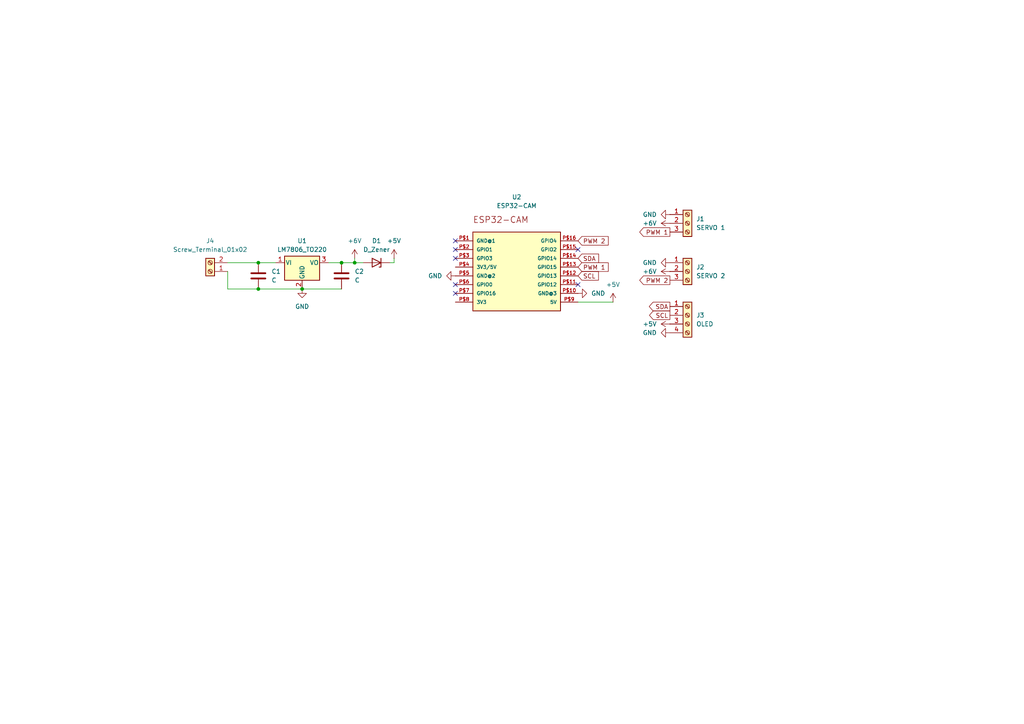
<source format=kicad_sch>
(kicad_sch
	(version 20250114)
	(generator "eeschema")
	(generator_version "9.0")
	(uuid "d6bd3707-7af1-4b4e-96be-93a2599b0d5d")
	(paper "A4")
	(lib_symbols
		(symbol "Connector:Screw_Terminal_01x02"
			(pin_names
				(offset 1.016)
				(hide yes)
			)
			(exclude_from_sim no)
			(in_bom yes)
			(on_board yes)
			(property "Reference" "J"
				(at 0 2.54 0)
				(effects
					(font
						(size 1.27 1.27)
					)
				)
			)
			(property "Value" "Screw_Terminal_01x02"
				(at 0 -5.08 0)
				(effects
					(font
						(size 1.27 1.27)
					)
				)
			)
			(property "Footprint" ""
				(at 0 0 0)
				(effects
					(font
						(size 1.27 1.27)
					)
					(hide yes)
				)
			)
			(property "Datasheet" "~"
				(at 0 0 0)
				(effects
					(font
						(size 1.27 1.27)
					)
					(hide yes)
				)
			)
			(property "Description" "Generic screw terminal, single row, 01x02, script generated (kicad-library-utils/schlib/autogen/connector/)"
				(at 0 0 0)
				(effects
					(font
						(size 1.27 1.27)
					)
					(hide yes)
				)
			)
			(property "ki_keywords" "screw terminal"
				(at 0 0 0)
				(effects
					(font
						(size 1.27 1.27)
					)
					(hide yes)
				)
			)
			(property "ki_fp_filters" "TerminalBlock*:*"
				(at 0 0 0)
				(effects
					(font
						(size 1.27 1.27)
					)
					(hide yes)
				)
			)
			(symbol "Screw_Terminal_01x02_1_1"
				(rectangle
					(start -1.27 1.27)
					(end 1.27 -3.81)
					(stroke
						(width 0.254)
						(type default)
					)
					(fill
						(type background)
					)
				)
				(polyline
					(pts
						(xy -0.5334 0.3302) (xy 0.3302 -0.508)
					)
					(stroke
						(width 0.1524)
						(type default)
					)
					(fill
						(type none)
					)
				)
				(polyline
					(pts
						(xy -0.5334 -2.2098) (xy 0.3302 -3.048)
					)
					(stroke
						(width 0.1524)
						(type default)
					)
					(fill
						(type none)
					)
				)
				(polyline
					(pts
						(xy -0.3556 0.508) (xy 0.508 -0.3302)
					)
					(stroke
						(width 0.1524)
						(type default)
					)
					(fill
						(type none)
					)
				)
				(polyline
					(pts
						(xy -0.3556 -2.032) (xy 0.508 -2.8702)
					)
					(stroke
						(width 0.1524)
						(type default)
					)
					(fill
						(type none)
					)
				)
				(circle
					(center 0 0)
					(radius 0.635)
					(stroke
						(width 0.1524)
						(type default)
					)
					(fill
						(type none)
					)
				)
				(circle
					(center 0 -2.54)
					(radius 0.635)
					(stroke
						(width 0.1524)
						(type default)
					)
					(fill
						(type none)
					)
				)
				(pin passive line
					(at -5.08 0 0)
					(length 3.81)
					(name "Pin_1"
						(effects
							(font
								(size 1.27 1.27)
							)
						)
					)
					(number "1"
						(effects
							(font
								(size 1.27 1.27)
							)
						)
					)
				)
				(pin passive line
					(at -5.08 -2.54 0)
					(length 3.81)
					(name "Pin_2"
						(effects
							(font
								(size 1.27 1.27)
							)
						)
					)
					(number "2"
						(effects
							(font
								(size 1.27 1.27)
							)
						)
					)
				)
			)
			(embedded_fonts no)
		)
		(symbol "Connector:Screw_Terminal_01x03"
			(pin_names
				(offset 1.016)
				(hide yes)
			)
			(exclude_from_sim no)
			(in_bom yes)
			(on_board yes)
			(property "Reference" "J"
				(at 0 5.08 0)
				(effects
					(font
						(size 1.27 1.27)
					)
				)
			)
			(property "Value" "Screw_Terminal_01x03"
				(at 0 -5.08 0)
				(effects
					(font
						(size 1.27 1.27)
					)
				)
			)
			(property "Footprint" ""
				(at 0 0 0)
				(effects
					(font
						(size 1.27 1.27)
					)
					(hide yes)
				)
			)
			(property "Datasheet" "~"
				(at 0 0 0)
				(effects
					(font
						(size 1.27 1.27)
					)
					(hide yes)
				)
			)
			(property "Description" "Generic screw terminal, single row, 01x03, script generated (kicad-library-utils/schlib/autogen/connector/)"
				(at 0 0 0)
				(effects
					(font
						(size 1.27 1.27)
					)
					(hide yes)
				)
			)
			(property "ki_keywords" "screw terminal"
				(at 0 0 0)
				(effects
					(font
						(size 1.27 1.27)
					)
					(hide yes)
				)
			)
			(property "ki_fp_filters" "TerminalBlock*:*"
				(at 0 0 0)
				(effects
					(font
						(size 1.27 1.27)
					)
					(hide yes)
				)
			)
			(symbol "Screw_Terminal_01x03_1_1"
				(rectangle
					(start -1.27 3.81)
					(end 1.27 -3.81)
					(stroke
						(width 0.254)
						(type default)
					)
					(fill
						(type background)
					)
				)
				(polyline
					(pts
						(xy -0.5334 2.8702) (xy 0.3302 2.032)
					)
					(stroke
						(width 0.1524)
						(type default)
					)
					(fill
						(type none)
					)
				)
				(polyline
					(pts
						(xy -0.5334 0.3302) (xy 0.3302 -0.508)
					)
					(stroke
						(width 0.1524)
						(type default)
					)
					(fill
						(type none)
					)
				)
				(polyline
					(pts
						(xy -0.5334 -2.2098) (xy 0.3302 -3.048)
					)
					(stroke
						(width 0.1524)
						(type default)
					)
					(fill
						(type none)
					)
				)
				(polyline
					(pts
						(xy -0.3556 3.048) (xy 0.508 2.2098)
					)
					(stroke
						(width 0.1524)
						(type default)
					)
					(fill
						(type none)
					)
				)
				(polyline
					(pts
						(xy -0.3556 0.508) (xy 0.508 -0.3302)
					)
					(stroke
						(width 0.1524)
						(type default)
					)
					(fill
						(type none)
					)
				)
				(polyline
					(pts
						(xy -0.3556 -2.032) (xy 0.508 -2.8702)
					)
					(stroke
						(width 0.1524)
						(type default)
					)
					(fill
						(type none)
					)
				)
				(circle
					(center 0 2.54)
					(radius 0.635)
					(stroke
						(width 0.1524)
						(type default)
					)
					(fill
						(type none)
					)
				)
				(circle
					(center 0 0)
					(radius 0.635)
					(stroke
						(width 0.1524)
						(type default)
					)
					(fill
						(type none)
					)
				)
				(circle
					(center 0 -2.54)
					(radius 0.635)
					(stroke
						(width 0.1524)
						(type default)
					)
					(fill
						(type none)
					)
				)
				(pin passive line
					(at -5.08 2.54 0)
					(length 3.81)
					(name "Pin_1"
						(effects
							(font
								(size 1.27 1.27)
							)
						)
					)
					(number "1"
						(effects
							(font
								(size 1.27 1.27)
							)
						)
					)
				)
				(pin passive line
					(at -5.08 0 0)
					(length 3.81)
					(name "Pin_2"
						(effects
							(font
								(size 1.27 1.27)
							)
						)
					)
					(number "2"
						(effects
							(font
								(size 1.27 1.27)
							)
						)
					)
				)
				(pin passive line
					(at -5.08 -2.54 0)
					(length 3.81)
					(name "Pin_3"
						(effects
							(font
								(size 1.27 1.27)
							)
						)
					)
					(number "3"
						(effects
							(font
								(size 1.27 1.27)
							)
						)
					)
				)
			)
			(embedded_fonts no)
		)
		(symbol "Connector:Screw_Terminal_01x04"
			(pin_names
				(offset 1.016)
				(hide yes)
			)
			(exclude_from_sim no)
			(in_bom yes)
			(on_board yes)
			(property "Reference" "J"
				(at 0 5.08 0)
				(effects
					(font
						(size 1.27 1.27)
					)
				)
			)
			(property "Value" "Screw_Terminal_01x04"
				(at 0 -7.62 0)
				(effects
					(font
						(size 1.27 1.27)
					)
				)
			)
			(property "Footprint" ""
				(at 0 0 0)
				(effects
					(font
						(size 1.27 1.27)
					)
					(hide yes)
				)
			)
			(property "Datasheet" "~"
				(at 0 0 0)
				(effects
					(font
						(size 1.27 1.27)
					)
					(hide yes)
				)
			)
			(property "Description" "Generic screw terminal, single row, 01x04, script generated (kicad-library-utils/schlib/autogen/connector/)"
				(at 0 0 0)
				(effects
					(font
						(size 1.27 1.27)
					)
					(hide yes)
				)
			)
			(property "ki_keywords" "screw terminal"
				(at 0 0 0)
				(effects
					(font
						(size 1.27 1.27)
					)
					(hide yes)
				)
			)
			(property "ki_fp_filters" "TerminalBlock*:*"
				(at 0 0 0)
				(effects
					(font
						(size 1.27 1.27)
					)
					(hide yes)
				)
			)
			(symbol "Screw_Terminal_01x04_1_1"
				(rectangle
					(start -1.27 3.81)
					(end 1.27 -6.35)
					(stroke
						(width 0.254)
						(type default)
					)
					(fill
						(type background)
					)
				)
				(polyline
					(pts
						(xy -0.5334 2.8702) (xy 0.3302 2.032)
					)
					(stroke
						(width 0.1524)
						(type default)
					)
					(fill
						(type none)
					)
				)
				(polyline
					(pts
						(xy -0.5334 0.3302) (xy 0.3302 -0.508)
					)
					(stroke
						(width 0.1524)
						(type default)
					)
					(fill
						(type none)
					)
				)
				(polyline
					(pts
						(xy -0.5334 -2.2098) (xy 0.3302 -3.048)
					)
					(stroke
						(width 0.1524)
						(type default)
					)
					(fill
						(type none)
					)
				)
				(polyline
					(pts
						(xy -0.5334 -4.7498) (xy 0.3302 -5.588)
					)
					(stroke
						(width 0.1524)
						(type default)
					)
					(fill
						(type none)
					)
				)
				(polyline
					(pts
						(xy -0.3556 3.048) (xy 0.508 2.2098)
					)
					(stroke
						(width 0.1524)
						(type default)
					)
					(fill
						(type none)
					)
				)
				(polyline
					(pts
						(xy -0.3556 0.508) (xy 0.508 -0.3302)
					)
					(stroke
						(width 0.1524)
						(type default)
					)
					(fill
						(type none)
					)
				)
				(polyline
					(pts
						(xy -0.3556 -2.032) (xy 0.508 -2.8702)
					)
					(stroke
						(width 0.1524)
						(type default)
					)
					(fill
						(type none)
					)
				)
				(polyline
					(pts
						(xy -0.3556 -4.572) (xy 0.508 -5.4102)
					)
					(stroke
						(width 0.1524)
						(type default)
					)
					(fill
						(type none)
					)
				)
				(circle
					(center 0 2.54)
					(radius 0.635)
					(stroke
						(width 0.1524)
						(type default)
					)
					(fill
						(type none)
					)
				)
				(circle
					(center 0 0)
					(radius 0.635)
					(stroke
						(width 0.1524)
						(type default)
					)
					(fill
						(type none)
					)
				)
				(circle
					(center 0 -2.54)
					(radius 0.635)
					(stroke
						(width 0.1524)
						(type default)
					)
					(fill
						(type none)
					)
				)
				(circle
					(center 0 -5.08)
					(radius 0.635)
					(stroke
						(width 0.1524)
						(type default)
					)
					(fill
						(type none)
					)
				)
				(pin passive line
					(at -5.08 2.54 0)
					(length 3.81)
					(name "Pin_1"
						(effects
							(font
								(size 1.27 1.27)
							)
						)
					)
					(number "1"
						(effects
							(font
								(size 1.27 1.27)
							)
						)
					)
				)
				(pin passive line
					(at -5.08 0 0)
					(length 3.81)
					(name "Pin_2"
						(effects
							(font
								(size 1.27 1.27)
							)
						)
					)
					(number "2"
						(effects
							(font
								(size 1.27 1.27)
							)
						)
					)
				)
				(pin passive line
					(at -5.08 -2.54 0)
					(length 3.81)
					(name "Pin_3"
						(effects
							(font
								(size 1.27 1.27)
							)
						)
					)
					(number "3"
						(effects
							(font
								(size 1.27 1.27)
							)
						)
					)
				)
				(pin passive line
					(at -5.08 -5.08 0)
					(length 3.81)
					(name "Pin_4"
						(effects
							(font
								(size 1.27 1.27)
							)
						)
					)
					(number "4"
						(effects
							(font
								(size 1.27 1.27)
							)
						)
					)
				)
			)
			(embedded_fonts no)
		)
		(symbol "Device:C"
			(pin_numbers
				(hide yes)
			)
			(pin_names
				(offset 0.254)
			)
			(exclude_from_sim no)
			(in_bom yes)
			(on_board yes)
			(property "Reference" "C"
				(at 0.635 2.54 0)
				(effects
					(font
						(size 1.27 1.27)
					)
					(justify left)
				)
			)
			(property "Value" "C"
				(at 0.635 -2.54 0)
				(effects
					(font
						(size 1.27 1.27)
					)
					(justify left)
				)
			)
			(property "Footprint" ""
				(at 0.9652 -3.81 0)
				(effects
					(font
						(size 1.27 1.27)
					)
					(hide yes)
				)
			)
			(property "Datasheet" "~"
				(at 0 0 0)
				(effects
					(font
						(size 1.27 1.27)
					)
					(hide yes)
				)
			)
			(property "Description" "Unpolarized capacitor"
				(at 0 0 0)
				(effects
					(font
						(size 1.27 1.27)
					)
					(hide yes)
				)
			)
			(property "ki_keywords" "cap capacitor"
				(at 0 0 0)
				(effects
					(font
						(size 1.27 1.27)
					)
					(hide yes)
				)
			)
			(property "ki_fp_filters" "C_*"
				(at 0 0 0)
				(effects
					(font
						(size 1.27 1.27)
					)
					(hide yes)
				)
			)
			(symbol "C_0_1"
				(polyline
					(pts
						(xy -2.032 0.762) (xy 2.032 0.762)
					)
					(stroke
						(width 0.508)
						(type default)
					)
					(fill
						(type none)
					)
				)
				(polyline
					(pts
						(xy -2.032 -0.762) (xy 2.032 -0.762)
					)
					(stroke
						(width 0.508)
						(type default)
					)
					(fill
						(type none)
					)
				)
			)
			(symbol "C_1_1"
				(pin passive line
					(at 0 3.81 270)
					(length 2.794)
					(name "~"
						(effects
							(font
								(size 1.27 1.27)
							)
						)
					)
					(number "1"
						(effects
							(font
								(size 1.27 1.27)
							)
						)
					)
				)
				(pin passive line
					(at 0 -3.81 90)
					(length 2.794)
					(name "~"
						(effects
							(font
								(size 1.27 1.27)
							)
						)
					)
					(number "2"
						(effects
							(font
								(size 1.27 1.27)
							)
						)
					)
				)
			)
			(embedded_fonts no)
		)
		(symbol "Device:D_Zener"
			(pin_numbers
				(hide yes)
			)
			(pin_names
				(offset 1.016)
				(hide yes)
			)
			(exclude_from_sim no)
			(in_bom yes)
			(on_board yes)
			(property "Reference" "D"
				(at 0 2.54 0)
				(effects
					(font
						(size 1.27 1.27)
					)
				)
			)
			(property "Value" "D_Zener"
				(at 0 -2.54 0)
				(effects
					(font
						(size 1.27 1.27)
					)
				)
			)
			(property "Footprint" ""
				(at 0 0 0)
				(effects
					(font
						(size 1.27 1.27)
					)
					(hide yes)
				)
			)
			(property "Datasheet" "~"
				(at 0 0 0)
				(effects
					(font
						(size 1.27 1.27)
					)
					(hide yes)
				)
			)
			(property "Description" "Zener diode"
				(at 0 0 0)
				(effects
					(font
						(size 1.27 1.27)
					)
					(hide yes)
				)
			)
			(property "ki_keywords" "diode"
				(at 0 0 0)
				(effects
					(font
						(size 1.27 1.27)
					)
					(hide yes)
				)
			)
			(property "ki_fp_filters" "TO-???* *_Diode_* *SingleDiode* D_*"
				(at 0 0 0)
				(effects
					(font
						(size 1.27 1.27)
					)
					(hide yes)
				)
			)
			(symbol "D_Zener_0_1"
				(polyline
					(pts
						(xy -1.27 -1.27) (xy -1.27 1.27) (xy -0.762 1.27)
					)
					(stroke
						(width 0.254)
						(type default)
					)
					(fill
						(type none)
					)
				)
				(polyline
					(pts
						(xy 1.27 0) (xy -1.27 0)
					)
					(stroke
						(width 0)
						(type default)
					)
					(fill
						(type none)
					)
				)
				(polyline
					(pts
						(xy 1.27 -1.27) (xy 1.27 1.27) (xy -1.27 0) (xy 1.27 -1.27)
					)
					(stroke
						(width 0.254)
						(type default)
					)
					(fill
						(type none)
					)
				)
			)
			(symbol "D_Zener_1_1"
				(pin passive line
					(at -3.81 0 0)
					(length 2.54)
					(name "K"
						(effects
							(font
								(size 1.27 1.27)
							)
						)
					)
					(number "1"
						(effects
							(font
								(size 1.27 1.27)
							)
						)
					)
				)
				(pin passive line
					(at 3.81 0 180)
					(length 2.54)
					(name "A"
						(effects
							(font
								(size 1.27 1.27)
							)
						)
					)
					(number "2"
						(effects
							(font
								(size 1.27 1.27)
							)
						)
					)
				)
			)
			(embedded_fonts no)
		)
		(symbol "ESP32-CAM:ESP32-CAM"
			(pin_names
				(offset 1.016)
			)
			(exclude_from_sim no)
			(in_bom yes)
			(on_board yes)
			(property "Reference" "U"
				(at 0 0 0)
				(effects
					(font
						(size 1.27 1.27)
					)
					(justify bottom)
				)
			)
			(property "Value" "ESP32-CAM"
				(at 0 0 0)
				(effects
					(font
						(size 1.27 1.27)
					)
					(justify bottom)
				)
			)
			(property "Footprint" "ESP32-CAM:ESP32-CAM"
				(at 0 0 0)
				(effects
					(font
						(size 1.27 1.27)
					)
					(justify bottom)
					(hide yes)
				)
			)
			(property "Datasheet" ""
				(at 0 0 0)
				(effects
					(font
						(size 1.27 1.27)
					)
					(hide yes)
				)
			)
			(property "Description" ""
				(at 0 0 0)
				(effects
					(font
						(size 1.27 1.27)
					)
					(hide yes)
				)
			)
			(property "MF" "AI-Thinker"
				(at 0 0 0)
				(effects
					(font
						(size 1.27 1.27)
					)
					(justify bottom)
					(hide yes)
				)
			)
			(property "Description_1" "ESP32 ESP32 Transceiver; 802.11 a/b/g/n (Wi-Fi, WiFi, WLAN), Bluetooth® Smart 4.x Low Energy (BLE) Evaluation Board"
				(at 0 0 0)
				(effects
					(font
						(size 1.27 1.27)
					)
					(justify bottom)
					(hide yes)
				)
			)
			(property "Package" "None"
				(at 0 0 0)
				(effects
					(font
						(size 1.27 1.27)
					)
					(justify bottom)
					(hide yes)
				)
			)
			(property "Price" "None"
				(at 0 0 0)
				(effects
					(font
						(size 1.27 1.27)
					)
					(justify bottom)
					(hide yes)
				)
			)
			(property "SnapEDA_Link" "https://www.snapeda.com/parts/ESP32-CAM/AI-Thinker/view-part/?ref=snap"
				(at 0 0 0)
				(effects
					(font
						(size 1.27 1.27)
					)
					(justify bottom)
					(hide yes)
				)
			)
			(property "MP" "ESP32-CAM"
				(at 0 0 0)
				(effects
					(font
						(size 1.27 1.27)
					)
					(justify bottom)
					(hide yes)
				)
			)
			(property "Availability" "Not in stock"
				(at 0 0 0)
				(effects
					(font
						(size 1.27 1.27)
					)
					(justify bottom)
					(hide yes)
				)
			)
			(property "Check_prices" "https://www.snapeda.com/parts/ESP32-CAM/AI-Thinker/view-part/?ref=eda"
				(at 0 0 0)
				(effects
					(font
						(size 1.27 1.27)
					)
					(justify bottom)
					(hide yes)
				)
			)
			(symbol "ESP32-CAM_0_0"
				(rectangle
					(start -12.7 -10.16)
					(end 12.7 12.7)
					(stroke
						(width 0.254)
						(type default)
					)
					(fill
						(type background)
					)
				)
				(text "ESP32-CAM"
					(at -12.7 15.24 0)
					(effects
						(font
							(size 1.778 1.778)
						)
						(justify left bottom)
					)
				)
				(pin bidirectional line
					(at -17.78 10.16 0)
					(length 5.08)
					(name "GND@1"
						(effects
							(font
								(size 1.016 1.016)
							)
						)
					)
					(number "P$1"
						(effects
							(font
								(size 1.016 1.016)
							)
						)
					)
				)
				(pin bidirectional line
					(at -17.78 7.62 0)
					(length 5.08)
					(name "GPIO1"
						(effects
							(font
								(size 1.016 1.016)
							)
						)
					)
					(number "P$2"
						(effects
							(font
								(size 1.016 1.016)
							)
						)
					)
				)
				(pin bidirectional line
					(at -17.78 5.08 0)
					(length 5.08)
					(name "GPIO3"
						(effects
							(font
								(size 1.016 1.016)
							)
						)
					)
					(number "P$3"
						(effects
							(font
								(size 1.016 1.016)
							)
						)
					)
				)
				(pin bidirectional line
					(at -17.78 2.54 0)
					(length 5.08)
					(name "3V3/5V"
						(effects
							(font
								(size 1.016 1.016)
							)
						)
					)
					(number "P$4"
						(effects
							(font
								(size 1.016 1.016)
							)
						)
					)
				)
				(pin bidirectional line
					(at -17.78 0 0)
					(length 5.08)
					(name "GND@2"
						(effects
							(font
								(size 1.016 1.016)
							)
						)
					)
					(number "P$5"
						(effects
							(font
								(size 1.016 1.016)
							)
						)
					)
				)
				(pin bidirectional line
					(at -17.78 -2.54 0)
					(length 5.08)
					(name "GPIO0"
						(effects
							(font
								(size 1.016 1.016)
							)
						)
					)
					(number "P$6"
						(effects
							(font
								(size 1.016 1.016)
							)
						)
					)
				)
				(pin bidirectional line
					(at -17.78 -5.08 0)
					(length 5.08)
					(name "GPIO16"
						(effects
							(font
								(size 1.016 1.016)
							)
						)
					)
					(number "P$7"
						(effects
							(font
								(size 1.016 1.016)
							)
						)
					)
				)
				(pin bidirectional line
					(at -17.78 -7.62 0)
					(length 5.08)
					(name "3V3"
						(effects
							(font
								(size 1.016 1.016)
							)
						)
					)
					(number "P$8"
						(effects
							(font
								(size 1.016 1.016)
							)
						)
					)
				)
				(pin bidirectional line
					(at 17.78 10.16 180)
					(length 5.08)
					(name "GPIO4"
						(effects
							(font
								(size 1.016 1.016)
							)
						)
					)
					(number "P$16"
						(effects
							(font
								(size 1.016 1.016)
							)
						)
					)
				)
				(pin bidirectional line
					(at 17.78 7.62 180)
					(length 5.08)
					(name "GPIO2"
						(effects
							(font
								(size 1.016 1.016)
							)
						)
					)
					(number "P$15"
						(effects
							(font
								(size 1.016 1.016)
							)
						)
					)
				)
				(pin bidirectional line
					(at 17.78 5.08 180)
					(length 5.08)
					(name "GPIO14"
						(effects
							(font
								(size 1.016 1.016)
							)
						)
					)
					(number "P$14"
						(effects
							(font
								(size 1.016 1.016)
							)
						)
					)
				)
				(pin bidirectional line
					(at 17.78 2.54 180)
					(length 5.08)
					(name "GPIO15"
						(effects
							(font
								(size 1.016 1.016)
							)
						)
					)
					(number "P$13"
						(effects
							(font
								(size 1.016 1.016)
							)
						)
					)
				)
				(pin bidirectional line
					(at 17.78 0 180)
					(length 5.08)
					(name "GPIO13"
						(effects
							(font
								(size 1.016 1.016)
							)
						)
					)
					(number "P$12"
						(effects
							(font
								(size 1.016 1.016)
							)
						)
					)
				)
				(pin bidirectional line
					(at 17.78 -2.54 180)
					(length 5.08)
					(name "GPIO12"
						(effects
							(font
								(size 1.016 1.016)
							)
						)
					)
					(number "P$11"
						(effects
							(font
								(size 1.016 1.016)
							)
						)
					)
				)
				(pin bidirectional line
					(at 17.78 -5.08 180)
					(length 5.08)
					(name "GND@3"
						(effects
							(font
								(size 1.016 1.016)
							)
						)
					)
					(number "P$10"
						(effects
							(font
								(size 1.016 1.016)
							)
						)
					)
				)
				(pin bidirectional line
					(at 17.78 -7.62 180)
					(length 5.08)
					(name "5V"
						(effects
							(font
								(size 1.016 1.016)
							)
						)
					)
					(number "P$9"
						(effects
							(font
								(size 1.016 1.016)
							)
						)
					)
				)
			)
			(embedded_fonts no)
		)
		(symbol "Regulator_Linear:LM7806_TO220"
			(pin_names
				(offset 0.254)
			)
			(exclude_from_sim no)
			(in_bom yes)
			(on_board yes)
			(property "Reference" "U"
				(at -3.81 3.175 0)
				(effects
					(font
						(size 1.27 1.27)
					)
				)
			)
			(property "Value" "LM7806_TO220"
				(at 0 3.175 0)
				(effects
					(font
						(size 1.27 1.27)
					)
					(justify left)
				)
			)
			(property "Footprint" "Package_TO_SOT_THT:TO-220-3_Vertical"
				(at 0 5.715 0)
				(effects
					(font
						(size 1.27 1.27)
						(italic yes)
					)
					(hide yes)
				)
			)
			(property "Datasheet" "https://www.onsemi.cn/PowerSolutions/document/MC7800-D.PDF"
				(at 0 -1.27 0)
				(effects
					(font
						(size 1.27 1.27)
					)
					(hide yes)
				)
			)
			(property "Description" "Positive 1A 35V Linear Regulator, Fixed Output 6V, TO-220"
				(at 0 0 0)
				(effects
					(font
						(size 1.27 1.27)
					)
					(hide yes)
				)
			)
			(property "ki_keywords" "Voltage Regulator 1A Positive"
				(at 0 0 0)
				(effects
					(font
						(size 1.27 1.27)
					)
					(hide yes)
				)
			)
			(property "ki_fp_filters" "TO?220*"
				(at 0 0 0)
				(effects
					(font
						(size 1.27 1.27)
					)
					(hide yes)
				)
			)
			(symbol "LM7806_TO220_0_1"
				(rectangle
					(start -5.08 1.905)
					(end 5.08 -5.08)
					(stroke
						(width 0.254)
						(type default)
					)
					(fill
						(type background)
					)
				)
			)
			(symbol "LM7806_TO220_1_1"
				(pin power_in line
					(at -7.62 0 0)
					(length 2.54)
					(name "VI"
						(effects
							(font
								(size 1.27 1.27)
							)
						)
					)
					(number "1"
						(effects
							(font
								(size 1.27 1.27)
							)
						)
					)
				)
				(pin power_in line
					(at 0 -7.62 90)
					(length 2.54)
					(name "GND"
						(effects
							(font
								(size 1.27 1.27)
							)
						)
					)
					(number "2"
						(effects
							(font
								(size 1.27 1.27)
							)
						)
					)
				)
				(pin power_out line
					(at 7.62 0 180)
					(length 2.54)
					(name "VO"
						(effects
							(font
								(size 1.27 1.27)
							)
						)
					)
					(number "3"
						(effects
							(font
								(size 1.27 1.27)
							)
						)
					)
				)
			)
			(embedded_fonts no)
		)
		(symbol "power:+5V"
			(power)
			(pin_numbers
				(hide yes)
			)
			(pin_names
				(offset 0)
				(hide yes)
			)
			(exclude_from_sim no)
			(in_bom yes)
			(on_board yes)
			(property "Reference" "#PWR"
				(at 0 -3.81 0)
				(effects
					(font
						(size 1.27 1.27)
					)
					(hide yes)
				)
			)
			(property "Value" "+5V"
				(at 0 3.556 0)
				(effects
					(font
						(size 1.27 1.27)
					)
				)
			)
			(property "Footprint" ""
				(at 0 0 0)
				(effects
					(font
						(size 1.27 1.27)
					)
					(hide yes)
				)
			)
			(property "Datasheet" ""
				(at 0 0 0)
				(effects
					(font
						(size 1.27 1.27)
					)
					(hide yes)
				)
			)
			(property "Description" "Power symbol creates a global label with name \"+5V\""
				(at 0 0 0)
				(effects
					(font
						(size 1.27 1.27)
					)
					(hide yes)
				)
			)
			(property "ki_keywords" "global power"
				(at 0 0 0)
				(effects
					(font
						(size 1.27 1.27)
					)
					(hide yes)
				)
			)
			(symbol "+5V_0_1"
				(polyline
					(pts
						(xy -0.762 1.27) (xy 0 2.54)
					)
					(stroke
						(width 0)
						(type default)
					)
					(fill
						(type none)
					)
				)
				(polyline
					(pts
						(xy 0 2.54) (xy 0.762 1.27)
					)
					(stroke
						(width 0)
						(type default)
					)
					(fill
						(type none)
					)
				)
				(polyline
					(pts
						(xy 0 0) (xy 0 2.54)
					)
					(stroke
						(width 0)
						(type default)
					)
					(fill
						(type none)
					)
				)
			)
			(symbol "+5V_1_1"
				(pin power_in line
					(at 0 0 90)
					(length 0)
					(name "~"
						(effects
							(font
								(size 1.27 1.27)
							)
						)
					)
					(number "1"
						(effects
							(font
								(size 1.27 1.27)
							)
						)
					)
				)
			)
			(embedded_fonts no)
		)
		(symbol "power:+6V"
			(power)
			(pin_numbers
				(hide yes)
			)
			(pin_names
				(offset 0)
				(hide yes)
			)
			(exclude_from_sim no)
			(in_bom yes)
			(on_board yes)
			(property "Reference" "#PWR"
				(at 0 -3.81 0)
				(effects
					(font
						(size 1.27 1.27)
					)
					(hide yes)
				)
			)
			(property "Value" "+6V"
				(at 0 3.556 0)
				(effects
					(font
						(size 1.27 1.27)
					)
				)
			)
			(property "Footprint" ""
				(at 0 0 0)
				(effects
					(font
						(size 1.27 1.27)
					)
					(hide yes)
				)
			)
			(property "Datasheet" ""
				(at 0 0 0)
				(effects
					(font
						(size 1.27 1.27)
					)
					(hide yes)
				)
			)
			(property "Description" "Power symbol creates a global label with name \"+6V\""
				(at 0 0 0)
				(effects
					(font
						(size 1.27 1.27)
					)
					(hide yes)
				)
			)
			(property "ki_keywords" "global power"
				(at 0 0 0)
				(effects
					(font
						(size 1.27 1.27)
					)
					(hide yes)
				)
			)
			(symbol "+6V_0_1"
				(polyline
					(pts
						(xy -0.762 1.27) (xy 0 2.54)
					)
					(stroke
						(width 0)
						(type default)
					)
					(fill
						(type none)
					)
				)
				(polyline
					(pts
						(xy 0 2.54) (xy 0.762 1.27)
					)
					(stroke
						(width 0)
						(type default)
					)
					(fill
						(type none)
					)
				)
				(polyline
					(pts
						(xy 0 0) (xy 0 2.54)
					)
					(stroke
						(width 0)
						(type default)
					)
					(fill
						(type none)
					)
				)
			)
			(symbol "+6V_1_1"
				(pin power_in line
					(at 0 0 90)
					(length 0)
					(name "~"
						(effects
							(font
								(size 1.27 1.27)
							)
						)
					)
					(number "1"
						(effects
							(font
								(size 1.27 1.27)
							)
						)
					)
				)
			)
			(embedded_fonts no)
		)
		(symbol "power:GND"
			(power)
			(pin_numbers
				(hide yes)
			)
			(pin_names
				(offset 0)
				(hide yes)
			)
			(exclude_from_sim no)
			(in_bom yes)
			(on_board yes)
			(property "Reference" "#PWR"
				(at 0 -6.35 0)
				(effects
					(font
						(size 1.27 1.27)
					)
					(hide yes)
				)
			)
			(property "Value" "GND"
				(at 0 -3.81 0)
				(effects
					(font
						(size 1.27 1.27)
					)
				)
			)
			(property "Footprint" ""
				(at 0 0 0)
				(effects
					(font
						(size 1.27 1.27)
					)
					(hide yes)
				)
			)
			(property "Datasheet" ""
				(at 0 0 0)
				(effects
					(font
						(size 1.27 1.27)
					)
					(hide yes)
				)
			)
			(property "Description" "Power symbol creates a global label with name \"GND\" , ground"
				(at 0 0 0)
				(effects
					(font
						(size 1.27 1.27)
					)
					(hide yes)
				)
			)
			(property "ki_keywords" "global power"
				(at 0 0 0)
				(effects
					(font
						(size 1.27 1.27)
					)
					(hide yes)
				)
			)
			(symbol "GND_0_1"
				(polyline
					(pts
						(xy 0 0) (xy 0 -1.27) (xy 1.27 -1.27) (xy 0 -2.54) (xy -1.27 -1.27) (xy 0 -1.27)
					)
					(stroke
						(width 0)
						(type default)
					)
					(fill
						(type none)
					)
				)
			)
			(symbol "GND_1_1"
				(pin power_in line
					(at 0 0 270)
					(length 0)
					(name "~"
						(effects
							(font
								(size 1.27 1.27)
							)
						)
					)
					(number "1"
						(effects
							(font
								(size 1.27 1.27)
							)
						)
					)
				)
			)
			(embedded_fonts no)
		)
	)
	(junction
		(at 74.93 83.82)
		(diameter 0)
		(color 0 0 0 0)
		(uuid "256b01b6-6d02-4b34-b4dc-bbcddced671f")
	)
	(junction
		(at 74.93 76.2)
		(diameter 0)
		(color 0 0 0 0)
		(uuid "648e0b40-1d58-4e40-8a87-7e60cdcf31c4")
	)
	(junction
		(at 87.63 83.82)
		(diameter 0)
		(color 0 0 0 0)
		(uuid "793556e6-17e8-4401-937d-0119b1e8fed8")
	)
	(junction
		(at 102.87 76.2)
		(diameter 0)
		(color 0 0 0 0)
		(uuid "cbcabfb8-492d-4e02-964b-c9468024b705")
	)
	(junction
		(at 99.06 76.2)
		(diameter 0)
		(color 0 0 0 0)
		(uuid "e58b400b-0824-401c-a25c-341f6d963880")
	)
	(no_connect
		(at 132.08 69.85)
		(uuid "1050fda7-c1f5-4c21-9499-180405725f9e")
	)
	(no_connect
		(at 132.08 82.55)
		(uuid "3af5eb78-3b2e-49c3-8976-3c4c00b7ca6a")
	)
	(no_connect
		(at 132.08 85.09)
		(uuid "3bf3ffb0-004d-400d-badf-77c10699f11c")
	)
	(no_connect
		(at 132.08 74.93)
		(uuid "3f67f6a1-9f48-433a-b729-68461cf74a59")
	)
	(no_connect
		(at 167.64 82.55)
		(uuid "80dce2c0-9179-4f79-a20f-53d789ab647d")
	)
	(no_connect
		(at 167.64 72.39)
		(uuid "966a93b9-f331-485b-a2ef-894fb88fc2dd")
	)
	(no_connect
		(at 132.08 72.39)
		(uuid "a5bfd712-de2f-49c1-ad46-820a443e2f2c")
	)
	(wire
		(pts
			(xy 74.93 76.2) (xy 80.01 76.2)
		)
		(stroke
			(width 0)
			(type default)
		)
		(uuid "0b6cdcb1-199d-4a44-9c0e-29b4b0994243")
	)
	(wire
		(pts
			(xy 66.04 76.2) (xy 74.93 76.2)
		)
		(stroke
			(width 0)
			(type default)
		)
		(uuid "12a33ab4-fb17-420e-818a-c79fb38b3747")
	)
	(wire
		(pts
			(xy 95.25 76.2) (xy 99.06 76.2)
		)
		(stroke
			(width 0)
			(type default)
		)
		(uuid "2ae5c8f2-7f32-4149-b625-c88f81e9d08f")
	)
	(wire
		(pts
			(xy 87.63 83.82) (xy 99.06 83.82)
		)
		(stroke
			(width 0)
			(type default)
		)
		(uuid "407443e4-713f-4c52-b693-af3e5b2e9f1f")
	)
	(wire
		(pts
			(xy 114.3 76.2) (xy 113.03 76.2)
		)
		(stroke
			(width 0)
			(type default)
		)
		(uuid "4aa0ddd8-f2a2-4893-a66a-e9b5fe91ca9f")
	)
	(wire
		(pts
			(xy 102.87 74.93) (xy 102.87 76.2)
		)
		(stroke
			(width 0)
			(type default)
		)
		(uuid "5199b19a-391c-425a-bf13-a3a99df3cea9")
	)
	(wire
		(pts
			(xy 114.3 74.93) (xy 114.3 76.2)
		)
		(stroke
			(width 0)
			(type default)
		)
		(uuid "74a8391d-f499-493d-9732-ccb9c740ac50")
	)
	(wire
		(pts
			(xy 66.04 83.82) (xy 74.93 83.82)
		)
		(stroke
			(width 0)
			(type default)
		)
		(uuid "770696d5-9ac4-4f0e-8179-80aa29a1f450")
	)
	(wire
		(pts
			(xy 99.06 76.2) (xy 102.87 76.2)
		)
		(stroke
			(width 0)
			(type default)
		)
		(uuid "7da76904-8e3e-4bb4-a448-fd4a5662483f")
	)
	(wire
		(pts
			(xy 74.93 83.82) (xy 87.63 83.82)
		)
		(stroke
			(width 0)
			(type default)
		)
		(uuid "cd5ad005-89ad-461d-a685-de3a6148aa30")
	)
	(wire
		(pts
			(xy 66.04 78.74) (xy 66.04 83.82)
		)
		(stroke
			(width 0)
			(type default)
		)
		(uuid "de054808-6139-4e48-b9bd-3ceb1ad0c1e2")
	)
	(wire
		(pts
			(xy 167.64 87.63) (xy 177.8 87.63)
		)
		(stroke
			(width 0)
			(type default)
		)
		(uuid "ee7fe6cb-e6f5-48bf-95d4-89441eba88b5")
	)
	(wire
		(pts
			(xy 102.87 76.2) (xy 105.41 76.2)
		)
		(stroke
			(width 0)
			(type default)
		)
		(uuid "f438eaf4-8477-44a4-b0c5-03bf306bfe91")
	)
	(global_label "SCL"
		(shape input)
		(at 167.64 80.01 0)
		(fields_autoplaced yes)
		(effects
			(font
				(size 1.27 1.27)
			)
			(justify left)
		)
		(uuid "18e1e63a-87b3-4d80-a375-e0b8a5e7b9eb")
		(property "Intersheetrefs" "${INTERSHEET_REFS}"
			(at 174.1328 80.01 0)
			(effects
				(font
					(size 1.27 1.27)
				)
				(justify left)
				(hide yes)
			)
		)
	)
	(global_label "PWM 2"
		(shape output)
		(at 194.31 81.28 180)
		(fields_autoplaced yes)
		(effects
			(font
				(size 1.27 1.27)
			)
			(justify right)
		)
		(uuid "2d033b23-3c53-4663-ab5f-c601856ba3ce")
		(property "Intersheetrefs" "${INTERSHEET_REFS}"
			(at 184.9749 81.28 0)
			(effects
				(font
					(size 1.27 1.27)
				)
				(justify right)
				(hide yes)
			)
		)
	)
	(global_label "SDA"
		(shape input)
		(at 167.64 74.93 0)
		(fields_autoplaced yes)
		(effects
			(font
				(size 1.27 1.27)
			)
			(justify left)
		)
		(uuid "6a20bd4a-5180-4b33-be1e-cbef30473d35")
		(property "Intersheetrefs" "${INTERSHEET_REFS}"
			(at 174.1933 74.93 0)
			(effects
				(font
					(size 1.27 1.27)
				)
				(justify left)
				(hide yes)
			)
		)
	)
	(global_label "PWM 2"
		(shape input)
		(at 167.64 69.85 0)
		(fields_autoplaced yes)
		(effects
			(font
				(size 1.27 1.27)
			)
			(justify left)
		)
		(uuid "6d679c13-db9f-4e48-ad86-745d5215236c")
		(property "Intersheetrefs" "${INTERSHEET_REFS}"
			(at 176.9751 69.85 0)
			(effects
				(font
					(size 1.27 1.27)
				)
				(justify left)
				(hide yes)
			)
		)
	)
	(global_label "PWM 1"
		(shape output)
		(at 194.31 67.31 180)
		(fields_autoplaced yes)
		(effects
			(font
				(size 1.27 1.27)
			)
			(justify right)
		)
		(uuid "b0c6508a-1fdd-461d-8c3e-41364f546ca5")
		(property "Intersheetrefs" "${INTERSHEET_REFS}"
			(at 184.9749 67.31 0)
			(effects
				(font
					(size 1.27 1.27)
				)
				(justify right)
				(hide yes)
			)
		)
	)
	(global_label "SCL"
		(shape output)
		(at 194.31 91.44 180)
		(fields_autoplaced yes)
		(effects
			(font
				(size 1.27 1.27)
			)
			(justify right)
		)
		(uuid "ea58cfec-0667-47c6-906e-64b812e5f1f6")
		(property "Intersheetrefs" "${INTERSHEET_REFS}"
			(at 187.8172 91.44 0)
			(effects
				(font
					(size 1.27 1.27)
				)
				(justify right)
				(hide yes)
			)
		)
	)
	(global_label "PWM 1"
		(shape input)
		(at 167.64 77.47 0)
		(fields_autoplaced yes)
		(effects
			(font
				(size 1.27 1.27)
			)
			(justify left)
		)
		(uuid "eacc9811-b2e6-4d26-bf15-0ada26e42e40")
		(property "Intersheetrefs" "${INTERSHEET_REFS}"
			(at 176.9751 77.47 0)
			(effects
				(font
					(size 1.27 1.27)
				)
				(justify left)
				(hide yes)
			)
		)
	)
	(global_label "SDA"
		(shape output)
		(at 194.31 88.9 180)
		(fields_autoplaced yes)
		(effects
			(font
				(size 1.27 1.27)
			)
			(justify right)
		)
		(uuid "f26d939e-6e8a-46f8-99d2-7e8a5befc2db")
		(property "Intersheetrefs" "${INTERSHEET_REFS}"
			(at 187.7567 88.9 0)
			(effects
				(font
					(size 1.27 1.27)
				)
				(justify right)
				(hide yes)
			)
		)
	)
	(symbol
		(lib_id "ESP32-CAM:ESP32-CAM")
		(at 149.86 80.01 0)
		(unit 1)
		(exclude_from_sim no)
		(in_bom yes)
		(on_board yes)
		(dnp no)
		(fields_autoplaced yes)
		(uuid "052bc00a-8f60-4b0a-a5f5-5ae0c63455e1")
		(property "Reference" "U2"
			(at 149.86 57.15 0)
			(effects
				(font
					(size 1.27 1.27)
				)
			)
		)
		(property "Value" "ESP32-CAM"
			(at 149.86 59.69 0)
			(effects
				(font
					(size 1.27 1.27)
				)
			)
		)
		(property "Footprint" "ESP32-CAM:ESP32-CAM"
			(at 149.86 80.01 0)
			(effects
				(font
					(size 1.27 1.27)
				)
				(justify bottom)
				(hide yes)
			)
		)
		(property "Datasheet" ""
			(at 149.86 80.01 0)
			(effects
				(font
					(size 1.27 1.27)
				)
				(hide yes)
			)
		)
		(property "Description" ""
			(at 149.86 80.01 0)
			(effects
				(font
					(size 1.27 1.27)
				)
				(hide yes)
			)
		)
		(property "MF" "AI-Thinker"
			(at 149.86 80.01 0)
			(effects
				(font
					(size 1.27 1.27)
				)
				(justify bottom)
				(hide yes)
			)
		)
		(property "Description_1" "ESP32 ESP32 Transceiver; 802.11 a/b/g/n (Wi-Fi, WiFi, WLAN), Bluetooth® Smart 4.x Low Energy (BLE) Evaluation Board"
			(at 149.86 80.01 0)
			(effects
				(font
					(size 1.27 1.27)
				)
				(justify bottom)
				(hide yes)
			)
		)
		(property "Package" "None"
			(at 149.86 80.01 0)
			(effects
				(font
					(size 1.27 1.27)
				)
				(justify bottom)
				(hide yes)
			)
		)
		(property "Price" "None"
			(at 149.86 80.01 0)
			(effects
				(font
					(size 1.27 1.27)
				)
				(justify bottom)
				(hide yes)
			)
		)
		(property "SnapEDA_Link" "https://www.snapeda.com/parts/ESP32-CAM/AI-Thinker/view-part/?ref=snap"
			(at 149.86 80.01 0)
			(effects
				(font
					(size 1.27 1.27)
				)
				(justify bottom)
				(hide yes)
			)
		)
		(property "MP" "ESP32-CAM"
			(at 149.86 80.01 0)
			(effects
				(font
					(size 1.27 1.27)
				)
				(justify bottom)
				(hide yes)
			)
		)
		(property "Availability" "Not in stock"
			(at 149.86 80.01 0)
			(effects
				(font
					(size 1.27 1.27)
				)
				(justify bottom)
				(hide yes)
			)
		)
		(property "Check_prices" "https://www.snapeda.com/parts/ESP32-CAM/AI-Thinker/view-part/?ref=eda"
			(at 149.86 80.01 0)
			(effects
				(font
					(size 1.27 1.27)
				)
				(justify bottom)
				(hide yes)
			)
		)
		(pin "P$13"
			(uuid "8610777b-f78c-46fd-94d3-3d36111f8563")
		)
		(pin "P$15"
			(uuid "f17da892-f4ce-4bfa-9d07-7e00f254870f")
		)
		(pin "P$16"
			(uuid "49a35c16-63ed-4320-9849-fb91ee910a5d")
		)
		(pin "P$10"
			(uuid "ce4e9e84-b222-4883-a941-645d8cb481ff")
		)
		(pin "P$3"
			(uuid "2279e2d8-c0b1-4de1-ba68-f48857ea9a44")
		)
		(pin "P$12"
			(uuid "b8313c35-336d-4f2b-92e7-c247eb247e6c")
		)
		(pin "P$9"
			(uuid "7115dc70-1473-46b9-bb54-723f95930cf8")
		)
		(pin "P$6"
			(uuid "98a09ed5-8c73-46da-a5d2-2c87776c41a6")
		)
		(pin "P$5"
			(uuid "84f25015-3474-46f9-93ec-ff67c196f43a")
		)
		(pin "P$1"
			(uuid "2cb82574-67a3-427c-96a5-1034294cb7a0")
		)
		(pin "P$7"
			(uuid "6ba6f1d5-0102-4d52-a4b4-51ace37590b3")
		)
		(pin "P$14"
			(uuid "9d357fdc-135f-4b6d-9392-7868a8a96226")
		)
		(pin "P$8"
			(uuid "6ba2f82a-e55d-4d0f-8d4a-9dc33a46b4a0")
		)
		(pin "P$11"
			(uuid "289f6277-0867-4b58-add2-39eb45dd71d3")
		)
		(pin "P$2"
			(uuid "1e8877ec-6f39-4c20-8b7a-3762928b598a")
		)
		(pin "P$4"
			(uuid "98b905a6-8c34-4851-9b5a-95623810356d")
		)
		(instances
			(project ""
				(path "/d6bd3707-7af1-4b4e-96be-93a2599b0d5d"
					(reference "U2")
					(unit 1)
				)
			)
		)
	)
	(symbol
		(lib_id "power:+5V")
		(at 177.8 87.63 0)
		(unit 1)
		(exclude_from_sim no)
		(in_bom yes)
		(on_board yes)
		(dnp no)
		(fields_autoplaced yes)
		(uuid "07b007df-c10a-4ff8-a087-a52fd5cf71c6")
		(property "Reference" "#PWR02"
			(at 177.8 91.44 0)
			(effects
				(font
					(size 1.27 1.27)
				)
				(hide yes)
			)
		)
		(property "Value" "+5V"
			(at 177.8 82.55 0)
			(effects
				(font
					(size 1.27 1.27)
				)
			)
		)
		(property "Footprint" ""
			(at 177.8 87.63 0)
			(effects
				(font
					(size 1.27 1.27)
				)
				(hide yes)
			)
		)
		(property "Datasheet" ""
			(at 177.8 87.63 0)
			(effects
				(font
					(size 1.27 1.27)
				)
				(hide yes)
			)
		)
		(property "Description" "Power symbol creates a global label with name \"+5V\""
			(at 177.8 87.63 0)
			(effects
				(font
					(size 1.27 1.27)
				)
				(hide yes)
			)
		)
		(pin "1"
			(uuid "572486fd-2b8b-491f-8bde-97bd64dd3787")
		)
		(instances
			(project "Tacho inteligente"
				(path "/d6bd3707-7af1-4b4e-96be-93a2599b0d5d"
					(reference "#PWR02")
					(unit 1)
				)
			)
		)
	)
	(symbol
		(lib_id "power:GND")
		(at 87.63 83.82 0)
		(unit 1)
		(exclude_from_sim no)
		(in_bom yes)
		(on_board yes)
		(dnp no)
		(fields_autoplaced yes)
		(uuid "0a5df6f8-a149-41b0-988a-3c23052ca5b3")
		(property "Reference" "#PWR03"
			(at 87.63 90.17 0)
			(effects
				(font
					(size 1.27 1.27)
				)
				(hide yes)
			)
		)
		(property "Value" "GND"
			(at 87.63 88.9 0)
			(effects
				(font
					(size 1.27 1.27)
				)
			)
		)
		(property "Footprint" ""
			(at 87.63 83.82 0)
			(effects
				(font
					(size 1.27 1.27)
				)
				(hide yes)
			)
		)
		(property "Datasheet" ""
			(at 87.63 83.82 0)
			(effects
				(font
					(size 1.27 1.27)
				)
				(hide yes)
			)
		)
		(property "Description" "Power symbol creates a global label with name \"GND\" , ground"
			(at 87.63 83.82 0)
			(effects
				(font
					(size 1.27 1.27)
				)
				(hide yes)
			)
		)
		(pin "1"
			(uuid "e809c1ce-b328-4006-866c-128adf73e964")
		)
		(instances
			(project ""
				(path "/d6bd3707-7af1-4b4e-96be-93a2599b0d5d"
					(reference "#PWR03")
					(unit 1)
				)
			)
		)
	)
	(symbol
		(lib_id "Connector:Screw_Terminal_01x03")
		(at 199.39 78.74 0)
		(unit 1)
		(exclude_from_sim no)
		(in_bom yes)
		(on_board yes)
		(dnp no)
		(fields_autoplaced yes)
		(uuid "0cf8d05a-9bae-43f3-894e-16b1afeaa1e9")
		(property "Reference" "J2"
			(at 201.93 77.4699 0)
			(effects
				(font
					(size 1.27 1.27)
				)
				(justify left)
			)
		)
		(property "Value" "SERVO 2"
			(at 201.93 80.0099 0)
			(effects
				(font
					(size 1.27 1.27)
				)
				(justify left)
			)
		)
		(property "Footprint" "TerminalBlock:TerminalBlock_MaiXu_MX126-5.0-03P_1x03_P5.00mm"
			(at 199.39 78.74 0)
			(effects
				(font
					(size 1.27 1.27)
				)
				(hide yes)
			)
		)
		(property "Datasheet" "~"
			(at 199.39 78.74 0)
			(effects
				(font
					(size 1.27 1.27)
				)
				(hide yes)
			)
		)
		(property "Description" "Generic screw terminal, single row, 01x03, script generated (kicad-library-utils/schlib/autogen/connector/)"
			(at 199.39 78.74 0)
			(effects
				(font
					(size 1.27 1.27)
				)
				(hide yes)
			)
		)
		(pin "1"
			(uuid "bf11b3c5-f9d0-4429-ae22-e2aa8254180c")
		)
		(pin "3"
			(uuid "a1f37bd6-d3df-4f45-99b3-5d56f963fcde")
		)
		(pin "2"
			(uuid "d04de95d-23c0-4e4c-99cc-18b9898881b1")
		)
		(instances
			(project "Tacho inteligente"
				(path "/d6bd3707-7af1-4b4e-96be-93a2599b0d5d"
					(reference "J2")
					(unit 1)
				)
			)
		)
	)
	(symbol
		(lib_id "power:GND")
		(at 167.64 85.09 90)
		(unit 1)
		(exclude_from_sim no)
		(in_bom yes)
		(on_board yes)
		(dnp no)
		(fields_autoplaced yes)
		(uuid "0e8d17a0-fca8-4111-8882-fb661f2b0381")
		(property "Reference" "#PWR04"
			(at 173.99 85.09 0)
			(effects
				(font
					(size 1.27 1.27)
				)
				(hide yes)
			)
		)
		(property "Value" "GND"
			(at 171.45 85.0899 90)
			(effects
				(font
					(size 1.27 1.27)
				)
				(justify right)
			)
		)
		(property "Footprint" ""
			(at 167.64 85.09 0)
			(effects
				(font
					(size 1.27 1.27)
				)
				(hide yes)
			)
		)
		(property "Datasheet" ""
			(at 167.64 85.09 0)
			(effects
				(font
					(size 1.27 1.27)
				)
				(hide yes)
			)
		)
		(property "Description" "Power symbol creates a global label with name \"GND\" , ground"
			(at 167.64 85.09 0)
			(effects
				(font
					(size 1.27 1.27)
				)
				(hide yes)
			)
		)
		(pin "1"
			(uuid "b97c3ee1-671d-4dd8-9262-f7b13c2483b5")
		)
		(instances
			(project "Tacho inteligente"
				(path "/d6bd3707-7af1-4b4e-96be-93a2599b0d5d"
					(reference "#PWR04")
					(unit 1)
				)
			)
		)
	)
	(symbol
		(lib_id "Device:C")
		(at 74.93 80.01 0)
		(unit 1)
		(exclude_from_sim no)
		(in_bom yes)
		(on_board yes)
		(dnp no)
		(fields_autoplaced yes)
		(uuid "303c3c14-a9c0-4c58-a1d4-04b98ad01899")
		(property "Reference" "C1"
			(at 78.74 78.7399 0)
			(effects
				(font
					(size 1.27 1.27)
				)
				(justify left)
			)
		)
		(property "Value" "C"
			(at 78.74 81.2799 0)
			(effects
				(font
					(size 1.27 1.27)
				)
				(justify left)
			)
		)
		(property "Footprint" "Capacitor_SMD:C_0805_2012Metric"
			(at 75.8952 83.82 0)
			(effects
				(font
					(size 1.27 1.27)
				)
				(hide yes)
			)
		)
		(property "Datasheet" "~"
			(at 74.93 80.01 0)
			(effects
				(font
					(size 1.27 1.27)
				)
				(hide yes)
			)
		)
		(property "Description" "Unpolarized capacitor"
			(at 74.93 80.01 0)
			(effects
				(font
					(size 1.27 1.27)
				)
				(hide yes)
			)
		)
		(pin "1"
			(uuid "550b2e19-7cc1-4232-83dc-33a7f5747aa2")
		)
		(pin "2"
			(uuid "3dc472a2-87e2-49ed-9634-8481985d4389")
		)
		(instances
			(project ""
				(path "/d6bd3707-7af1-4b4e-96be-93a2599b0d5d"
					(reference "C1")
					(unit 1)
				)
			)
		)
	)
	(symbol
		(lib_id "power:GND")
		(at 194.31 76.2 270)
		(unit 1)
		(exclude_from_sim no)
		(in_bom yes)
		(on_board yes)
		(dnp no)
		(fields_autoplaced yes)
		(uuid "379ff760-1d4a-4c81-a629-0b11cb677fc9")
		(property "Reference" "#PWR08"
			(at 187.96 76.2 0)
			(effects
				(font
					(size 1.27 1.27)
				)
				(hide yes)
			)
		)
		(property "Value" "GND"
			(at 190.5 76.1999 90)
			(effects
				(font
					(size 1.27 1.27)
				)
				(justify right)
			)
		)
		(property "Footprint" ""
			(at 194.31 76.2 0)
			(effects
				(font
					(size 1.27 1.27)
				)
				(hide yes)
			)
		)
		(property "Datasheet" ""
			(at 194.31 76.2 0)
			(effects
				(font
					(size 1.27 1.27)
				)
				(hide yes)
			)
		)
		(property "Description" "Power symbol creates a global label with name \"GND\" , ground"
			(at 194.31 76.2 0)
			(effects
				(font
					(size 1.27 1.27)
				)
				(hide yes)
			)
		)
		(pin "1"
			(uuid "2448ba86-e165-4a90-b0da-3dadaea8cca9")
		)
		(instances
			(project "Tacho inteligente"
				(path "/d6bd3707-7af1-4b4e-96be-93a2599b0d5d"
					(reference "#PWR08")
					(unit 1)
				)
			)
		)
	)
	(symbol
		(lib_id "power:+6V")
		(at 102.87 74.93 0)
		(unit 1)
		(exclude_from_sim no)
		(in_bom yes)
		(on_board yes)
		(dnp no)
		(fields_autoplaced yes)
		(uuid "3da270bd-db66-4a13-8751-bd113f98fa16")
		(property "Reference" "#PWR012"
			(at 102.87 78.74 0)
			(effects
				(font
					(size 1.27 1.27)
				)
				(hide yes)
			)
		)
		(property "Value" "+6V"
			(at 102.87 69.85 0)
			(effects
				(font
					(size 1.27 1.27)
				)
			)
		)
		(property "Footprint" ""
			(at 102.87 74.93 0)
			(effects
				(font
					(size 1.27 1.27)
				)
				(hide yes)
			)
		)
		(property "Datasheet" ""
			(at 102.87 74.93 0)
			(effects
				(font
					(size 1.27 1.27)
				)
				(hide yes)
			)
		)
		(property "Description" "Power symbol creates a global label with name \"+6V\""
			(at 102.87 74.93 0)
			(effects
				(font
					(size 1.27 1.27)
				)
				(hide yes)
			)
		)
		(pin "1"
			(uuid "2d2e31f2-b1a2-4a70-a0ed-2ab57d915111")
		)
		(instances
			(project ""
				(path "/d6bd3707-7af1-4b4e-96be-93a2599b0d5d"
					(reference "#PWR012")
					(unit 1)
				)
			)
		)
	)
	(symbol
		(lib_id "Connector:Screw_Terminal_01x02")
		(at 60.96 78.74 180)
		(unit 1)
		(exclude_from_sim no)
		(in_bom yes)
		(on_board yes)
		(dnp no)
		(fields_autoplaced yes)
		(uuid "4c00dd05-135e-4a00-8777-a7c1ced64bb9")
		(property "Reference" "J4"
			(at 60.96 69.85 0)
			(effects
				(font
					(size 1.27 1.27)
				)
			)
		)
		(property "Value" "Screw_Terminal_01x02"
			(at 60.96 72.39 0)
			(effects
				(font
					(size 1.27 1.27)
				)
			)
		)
		(property "Footprint" "TerminalBlock:TerminalBlock_MaiXu_MX126-5.0-02P_1x02_P5.00mm"
			(at 60.96 78.74 0)
			(effects
				(font
					(size 1.27 1.27)
				)
				(hide yes)
			)
		)
		(property "Datasheet" "~"
			(at 60.96 78.74 0)
			(effects
				(font
					(size 1.27 1.27)
				)
				(hide yes)
			)
		)
		(property "Description" "Generic screw terminal, single row, 01x02, script generated (kicad-library-utils/schlib/autogen/connector/)"
			(at 60.96 78.74 0)
			(effects
				(font
					(size 1.27 1.27)
				)
				(hide yes)
			)
		)
		(pin "2"
			(uuid "e93587b0-f381-4722-96af-91f920abde9c")
		)
		(pin "1"
			(uuid "3c8d508f-06fd-45ee-a452-2586f7eba8b3")
		)
		(instances
			(project ""
				(path "/d6bd3707-7af1-4b4e-96be-93a2599b0d5d"
					(reference "J4")
					(unit 1)
				)
			)
		)
	)
	(symbol
		(lib_id "power:GND")
		(at 194.31 96.52 270)
		(unit 1)
		(exclude_from_sim no)
		(in_bom yes)
		(on_board yes)
		(dnp no)
		(fields_autoplaced yes)
		(uuid "7e11ef44-c0f4-40d2-aa6a-3364257eda49")
		(property "Reference" "#PWR06"
			(at 187.96 96.52 0)
			(effects
				(font
					(size 1.27 1.27)
				)
				(hide yes)
			)
		)
		(property "Value" "GND"
			(at 190.5 96.5199 90)
			(effects
				(font
					(size 1.27 1.27)
				)
				(justify right)
			)
		)
		(property "Footprint" ""
			(at 194.31 96.52 0)
			(effects
				(font
					(size 1.27 1.27)
				)
				(hide yes)
			)
		)
		(property "Datasheet" ""
			(at 194.31 96.52 0)
			(effects
				(font
					(size 1.27 1.27)
				)
				(hide yes)
			)
		)
		(property "Description" "Power symbol creates a global label with name \"GND\" , ground"
			(at 194.31 96.52 0)
			(effects
				(font
					(size 1.27 1.27)
				)
				(hide yes)
			)
		)
		(pin "1"
			(uuid "b572f8dc-c7c8-46eb-a06d-5c8b03da1622")
		)
		(instances
			(project "Tacho inteligente"
				(path "/d6bd3707-7af1-4b4e-96be-93a2599b0d5d"
					(reference "#PWR06")
					(unit 1)
				)
			)
		)
	)
	(symbol
		(lib_id "Device:D_Zener")
		(at 109.22 76.2 180)
		(unit 1)
		(exclude_from_sim no)
		(in_bom yes)
		(on_board yes)
		(dnp no)
		(fields_autoplaced yes)
		(uuid "8615c3be-0531-4a2d-b08f-0e22e44f73ae")
		(property "Reference" "D1"
			(at 109.22 69.85 0)
			(effects
				(font
					(size 1.27 1.27)
				)
			)
		)
		(property "Value" "D_Zener"
			(at 109.22 72.39 0)
			(effects
				(font
					(size 1.27 1.27)
				)
			)
		)
		(property "Footprint" "Diode_SMD:D_SMA"
			(at 109.22 76.2 0)
			(effects
				(font
					(size 1.27 1.27)
				)
				(hide yes)
			)
		)
		(property "Datasheet" "~"
			(at 109.22 76.2 0)
			(effects
				(font
					(size 1.27 1.27)
				)
				(hide yes)
			)
		)
		(property "Description" "Zener diode"
			(at 109.22 76.2 0)
			(effects
				(font
					(size 1.27 1.27)
				)
				(hide yes)
			)
		)
		(pin "1"
			(uuid "2867990c-c289-4864-a90c-a9ea4bf08926")
		)
		(pin "2"
			(uuid "fa8c48d4-0af7-4937-910b-47cabecd5863")
		)
		(instances
			(project ""
				(path "/d6bd3707-7af1-4b4e-96be-93a2599b0d5d"
					(reference "D1")
					(unit 1)
				)
			)
		)
	)
	(symbol
		(lib_id "power:GND")
		(at 132.08 80.01 270)
		(unit 1)
		(exclude_from_sim no)
		(in_bom yes)
		(on_board yes)
		(dnp no)
		(fields_autoplaced yes)
		(uuid "8701aa8d-a252-44c0-9d50-fe96560f2251")
		(property "Reference" "#PWR011"
			(at 125.73 80.01 0)
			(effects
				(font
					(size 1.27 1.27)
				)
				(hide yes)
			)
		)
		(property "Value" "GND"
			(at 128.27 80.0099 90)
			(effects
				(font
					(size 1.27 1.27)
				)
				(justify right)
			)
		)
		(property "Footprint" ""
			(at 132.08 80.01 0)
			(effects
				(font
					(size 1.27 1.27)
				)
				(hide yes)
			)
		)
		(property "Datasheet" ""
			(at 132.08 80.01 0)
			(effects
				(font
					(size 1.27 1.27)
				)
				(hide yes)
			)
		)
		(property "Description" "Power symbol creates a global label with name \"GND\" , ground"
			(at 132.08 80.01 0)
			(effects
				(font
					(size 1.27 1.27)
				)
				(hide yes)
			)
		)
		(pin "1"
			(uuid "6d4e7774-de60-4b9e-9ed2-8bbc1b00a230")
		)
		(instances
			(project "Tacho inteligente"
				(path "/d6bd3707-7af1-4b4e-96be-93a2599b0d5d"
					(reference "#PWR011")
					(unit 1)
				)
			)
		)
	)
	(symbol
		(lib_id "Connector:Screw_Terminal_01x03")
		(at 199.39 64.77 0)
		(unit 1)
		(exclude_from_sim no)
		(in_bom yes)
		(on_board yes)
		(dnp no)
		(fields_autoplaced yes)
		(uuid "8d65cc51-dc2f-4f38-86a4-dba1863cc12c")
		(property "Reference" "J1"
			(at 201.93 63.4999 0)
			(effects
				(font
					(size 1.27 1.27)
				)
				(justify left)
			)
		)
		(property "Value" "SERVO 1"
			(at 201.93 66.0399 0)
			(effects
				(font
					(size 1.27 1.27)
				)
				(justify left)
			)
		)
		(property "Footprint" "TerminalBlock:TerminalBlock_MaiXu_MX126-5.0-03P_1x03_P5.00mm"
			(at 199.39 64.77 0)
			(effects
				(font
					(size 1.27 1.27)
				)
				(hide yes)
			)
		)
		(property "Datasheet" "~"
			(at 199.39 64.77 0)
			(effects
				(font
					(size 1.27 1.27)
				)
				(hide yes)
			)
		)
		(property "Description" "Generic screw terminal, single row, 01x03, script generated (kicad-library-utils/schlib/autogen/connector/)"
			(at 199.39 64.77 0)
			(effects
				(font
					(size 1.27 1.27)
				)
				(hide yes)
			)
		)
		(pin "1"
			(uuid "d4e397d7-9ae8-48a9-ba9d-cfb6cc82b030")
		)
		(pin "3"
			(uuid "2e53c251-a8a7-4474-8cb8-3ad8b6fb62b3")
		)
		(pin "2"
			(uuid "d637df39-ac9a-4c31-a022-69ac61b94762")
		)
		(instances
			(project ""
				(path "/d6bd3707-7af1-4b4e-96be-93a2599b0d5d"
					(reference "J1")
					(unit 1)
				)
			)
		)
	)
	(symbol
		(lib_id "power:GND")
		(at 194.31 62.23 270)
		(unit 1)
		(exclude_from_sim no)
		(in_bom yes)
		(on_board yes)
		(dnp no)
		(fields_autoplaced yes)
		(uuid "95362f57-f7ac-4f52-a205-fd1afa0ca7b3")
		(property "Reference" "#PWR07"
			(at 187.96 62.23 0)
			(effects
				(font
					(size 1.27 1.27)
				)
				(hide yes)
			)
		)
		(property "Value" "GND"
			(at 190.5 62.2299 90)
			(effects
				(font
					(size 1.27 1.27)
				)
				(justify right)
			)
		)
		(property "Footprint" ""
			(at 194.31 62.23 0)
			(effects
				(font
					(size 1.27 1.27)
				)
				(hide yes)
			)
		)
		(property "Datasheet" ""
			(at 194.31 62.23 0)
			(effects
				(font
					(size 1.27 1.27)
				)
				(hide yes)
			)
		)
		(property "Description" "Power symbol creates a global label with name \"GND\" , ground"
			(at 194.31 62.23 0)
			(effects
				(font
					(size 1.27 1.27)
				)
				(hide yes)
			)
		)
		(pin "1"
			(uuid "3a719df8-4153-4540-b213-a5ee4c3c17f9")
		)
		(instances
			(project "Tacho inteligente"
				(path "/d6bd3707-7af1-4b4e-96be-93a2599b0d5d"
					(reference "#PWR07")
					(unit 1)
				)
			)
		)
	)
	(symbol
		(lib_id "Connector:Screw_Terminal_01x04")
		(at 199.39 91.44 0)
		(unit 1)
		(exclude_from_sim no)
		(in_bom yes)
		(on_board yes)
		(dnp no)
		(fields_autoplaced yes)
		(uuid "96681d09-f222-4eb9-8f00-95cd75859021")
		(property "Reference" "J3"
			(at 201.93 91.4399 0)
			(effects
				(font
					(size 1.27 1.27)
				)
				(justify left)
			)
		)
		(property "Value" "OLED"
			(at 201.93 93.9799 0)
			(effects
				(font
					(size 1.27 1.27)
				)
				(justify left)
			)
		)
		(property "Footprint" "TerminalBlock:TerminalBlock_MaiXu_MX126-5.0-04P_1x04_P5.00mm"
			(at 199.39 91.44 0)
			(effects
				(font
					(size 1.27 1.27)
				)
				(hide yes)
			)
		)
		(property "Datasheet" "~"
			(at 199.39 91.44 0)
			(effects
				(font
					(size 1.27 1.27)
				)
				(hide yes)
			)
		)
		(property "Description" "Generic screw terminal, single row, 01x04, script generated (kicad-library-utils/schlib/autogen/connector/)"
			(at 199.39 91.44 0)
			(effects
				(font
					(size 1.27 1.27)
				)
				(hide yes)
			)
		)
		(pin "1"
			(uuid "147c01a0-bef2-49d7-b770-0878d87a9d44")
		)
		(pin "2"
			(uuid "63e6def5-3e8c-44a7-8da3-d1f3f98e5501")
		)
		(pin "4"
			(uuid "e30a16ea-a02e-4246-a1ad-e5e1e9091737")
		)
		(pin "3"
			(uuid "cb5e8b68-64d0-4f64-bf2d-55d6d52cf826")
		)
		(instances
			(project ""
				(path "/d6bd3707-7af1-4b4e-96be-93a2599b0d5d"
					(reference "J3")
					(unit 1)
				)
			)
		)
	)
	(symbol
		(lib_id "power:+6V")
		(at 194.31 64.77 90)
		(unit 1)
		(exclude_from_sim no)
		(in_bom yes)
		(on_board yes)
		(dnp no)
		(fields_autoplaced yes)
		(uuid "b7e438c0-7ec2-43b9-89e4-5227ff2ff94c")
		(property "Reference" "#PWR09"
			(at 198.12 64.77 0)
			(effects
				(font
					(size 1.27 1.27)
				)
				(hide yes)
			)
		)
		(property "Value" "+6V"
			(at 190.5 64.7699 90)
			(effects
				(font
					(size 1.27 1.27)
				)
				(justify left)
			)
		)
		(property "Footprint" ""
			(at 194.31 64.77 0)
			(effects
				(font
					(size 1.27 1.27)
				)
				(hide yes)
			)
		)
		(property "Datasheet" ""
			(at 194.31 64.77 0)
			(effects
				(font
					(size 1.27 1.27)
				)
				(hide yes)
			)
		)
		(property "Description" "Power symbol creates a global label with name \"+6V\""
			(at 194.31 64.77 0)
			(effects
				(font
					(size 1.27 1.27)
				)
				(hide yes)
			)
		)
		(pin "1"
			(uuid "752bd32d-d1b6-4db4-ba8c-58f3d5362cd2")
		)
		(instances
			(project "Tacho inteligente"
				(path "/d6bd3707-7af1-4b4e-96be-93a2599b0d5d"
					(reference "#PWR09")
					(unit 1)
				)
			)
		)
	)
	(symbol
		(lib_id "power:+5V")
		(at 194.31 93.98 90)
		(unit 1)
		(exclude_from_sim no)
		(in_bom yes)
		(on_board yes)
		(dnp no)
		(fields_autoplaced yes)
		(uuid "ba082e1c-83ea-4bef-b980-adc8ce40fe63")
		(property "Reference" "#PWR05"
			(at 198.12 93.98 0)
			(effects
				(font
					(size 1.27 1.27)
				)
				(hide yes)
			)
		)
		(property "Value" "+5V"
			(at 190.5 93.9799 90)
			(effects
				(font
					(size 1.27 1.27)
				)
				(justify left)
			)
		)
		(property "Footprint" ""
			(at 194.31 93.98 0)
			(effects
				(font
					(size 1.27 1.27)
				)
				(hide yes)
			)
		)
		(property "Datasheet" ""
			(at 194.31 93.98 0)
			(effects
				(font
					(size 1.27 1.27)
				)
				(hide yes)
			)
		)
		(property "Description" "Power symbol creates a global label with name \"+5V\""
			(at 194.31 93.98 0)
			(effects
				(font
					(size 1.27 1.27)
				)
				(hide yes)
			)
		)
		(pin "1"
			(uuid "e0538bba-deea-404d-a09c-685208f9d1f2")
		)
		(instances
			(project "Tacho inteligente"
				(path "/d6bd3707-7af1-4b4e-96be-93a2599b0d5d"
					(reference "#PWR05")
					(unit 1)
				)
			)
		)
	)
	(symbol
		(lib_id "Regulator_Linear:LM7806_TO220")
		(at 87.63 76.2 0)
		(unit 1)
		(exclude_from_sim no)
		(in_bom yes)
		(on_board yes)
		(dnp no)
		(fields_autoplaced yes)
		(uuid "c1aa1b4c-d701-48ab-b62e-494620c9f85a")
		(property "Reference" "U1"
			(at 87.63 69.85 0)
			(effects
				(font
					(size 1.27 1.27)
				)
			)
		)
		(property "Value" "LM7806_TO220"
			(at 87.63 72.39 0)
			(effects
				(font
					(size 1.27 1.27)
				)
			)
		)
		(property "Footprint" "Package_TO_SOT_SMD:TO-263-3_TabPin2"
			(at 87.63 70.485 0)
			(effects
				(font
					(size 1.27 1.27)
					(italic yes)
				)
				(hide yes)
			)
		)
		(property "Datasheet" "https://www.onsemi.cn/PowerSolutions/document/MC7800-D.PDF"
			(at 87.63 77.47 0)
			(effects
				(font
					(size 1.27 1.27)
				)
				(hide yes)
			)
		)
		(property "Description" "Positive 1A 35V Linear Regulator, Fixed Output 6V, TO-220"
			(at 87.63 76.2 0)
			(effects
				(font
					(size 1.27 1.27)
				)
				(hide yes)
			)
		)
		(pin "1"
			(uuid "80907ea4-4006-4493-877a-b1c45a991ad1")
		)
		(pin "2"
			(uuid "2eb8aa3a-e12e-40f0-a401-f4c80a1c08ec")
		)
		(pin "3"
			(uuid "a13c6ec9-502d-4a88-b717-af5371b513f5")
		)
		(instances
			(project ""
				(path "/d6bd3707-7af1-4b4e-96be-93a2599b0d5d"
					(reference "U1")
					(unit 1)
				)
			)
		)
	)
	(symbol
		(lib_id "power:+6V")
		(at 194.31 78.74 90)
		(unit 1)
		(exclude_from_sim no)
		(in_bom yes)
		(on_board yes)
		(dnp no)
		(fields_autoplaced yes)
		(uuid "c798d6a7-a7d7-4199-a5b2-ba5c9858fd05")
		(property "Reference" "#PWR010"
			(at 198.12 78.74 0)
			(effects
				(font
					(size 1.27 1.27)
				)
				(hide yes)
			)
		)
		(property "Value" "+6V"
			(at 190.5 78.7399 90)
			(effects
				(font
					(size 1.27 1.27)
				)
				(justify left)
			)
		)
		(property "Footprint" ""
			(at 194.31 78.74 0)
			(effects
				(font
					(size 1.27 1.27)
				)
				(hide yes)
			)
		)
		(property "Datasheet" ""
			(at 194.31 78.74 0)
			(effects
				(font
					(size 1.27 1.27)
				)
				(hide yes)
			)
		)
		(property "Description" "Power symbol creates a global label with name \"+6V\""
			(at 194.31 78.74 0)
			(effects
				(font
					(size 1.27 1.27)
				)
				(hide yes)
			)
		)
		(pin "1"
			(uuid "323ec867-4d40-4238-8e83-0e25ed2b027d")
		)
		(instances
			(project "Tacho inteligente"
				(path "/d6bd3707-7af1-4b4e-96be-93a2599b0d5d"
					(reference "#PWR010")
					(unit 1)
				)
			)
		)
	)
	(symbol
		(lib_id "Device:C")
		(at 99.06 80.01 0)
		(unit 1)
		(exclude_from_sim no)
		(in_bom yes)
		(on_board yes)
		(dnp no)
		(fields_autoplaced yes)
		(uuid "dcbdca8b-9913-41c4-92db-4a0626e136fb")
		(property "Reference" "C2"
			(at 102.87 78.7399 0)
			(effects
				(font
					(size 1.27 1.27)
				)
				(justify left)
			)
		)
		(property "Value" "C"
			(at 102.87 81.2799 0)
			(effects
				(font
					(size 1.27 1.27)
				)
				(justify left)
			)
		)
		(property "Footprint" "Capacitor_SMD:C_0805_2012Metric"
			(at 100.0252 83.82 0)
			(effects
				(font
					(size 1.27 1.27)
				)
				(hide yes)
			)
		)
		(property "Datasheet" "~"
			(at 99.06 80.01 0)
			(effects
				(font
					(size 1.27 1.27)
				)
				(hide yes)
			)
		)
		(property "Description" "Unpolarized capacitor"
			(at 99.06 80.01 0)
			(effects
				(font
					(size 1.27 1.27)
				)
				(hide yes)
			)
		)
		(pin "1"
			(uuid "53f945af-6c68-4f44-9457-d63ad3672c52")
		)
		(pin "2"
			(uuid "e5809033-043c-4497-a419-2fdbf9986833")
		)
		(instances
			(project "Tacho inteligente"
				(path "/d6bd3707-7af1-4b4e-96be-93a2599b0d5d"
					(reference "C2")
					(unit 1)
				)
			)
		)
	)
	(symbol
		(lib_id "power:+5V")
		(at 114.3 74.93 0)
		(unit 1)
		(exclude_from_sim no)
		(in_bom yes)
		(on_board yes)
		(dnp no)
		(fields_autoplaced yes)
		(uuid "f0c52835-0e5a-49fb-89a3-a306492dc206")
		(property "Reference" "#PWR01"
			(at 114.3 78.74 0)
			(effects
				(font
					(size 1.27 1.27)
				)
				(hide yes)
			)
		)
		(property "Value" "+5V"
			(at 114.3 69.85 0)
			(effects
				(font
					(size 1.27 1.27)
				)
			)
		)
		(property "Footprint" ""
			(at 114.3 74.93 0)
			(effects
				(font
					(size 1.27 1.27)
				)
				(hide yes)
			)
		)
		(property "Datasheet" ""
			(at 114.3 74.93 0)
			(effects
				(font
					(size 1.27 1.27)
				)
				(hide yes)
			)
		)
		(property "Description" "Power symbol creates a global label with name \"+5V\""
			(at 114.3 74.93 0)
			(effects
				(font
					(size 1.27 1.27)
				)
				(hide yes)
			)
		)
		(pin "1"
			(uuid "27f4dab4-a5a1-40dd-8637-af4871ee5156")
		)
		(instances
			(project ""
				(path "/d6bd3707-7af1-4b4e-96be-93a2599b0d5d"
					(reference "#PWR01")
					(unit 1)
				)
			)
		)
	)
	(sheet_instances
		(path "/"
			(page "1")
		)
	)
	(embedded_fonts no)
)

</source>
